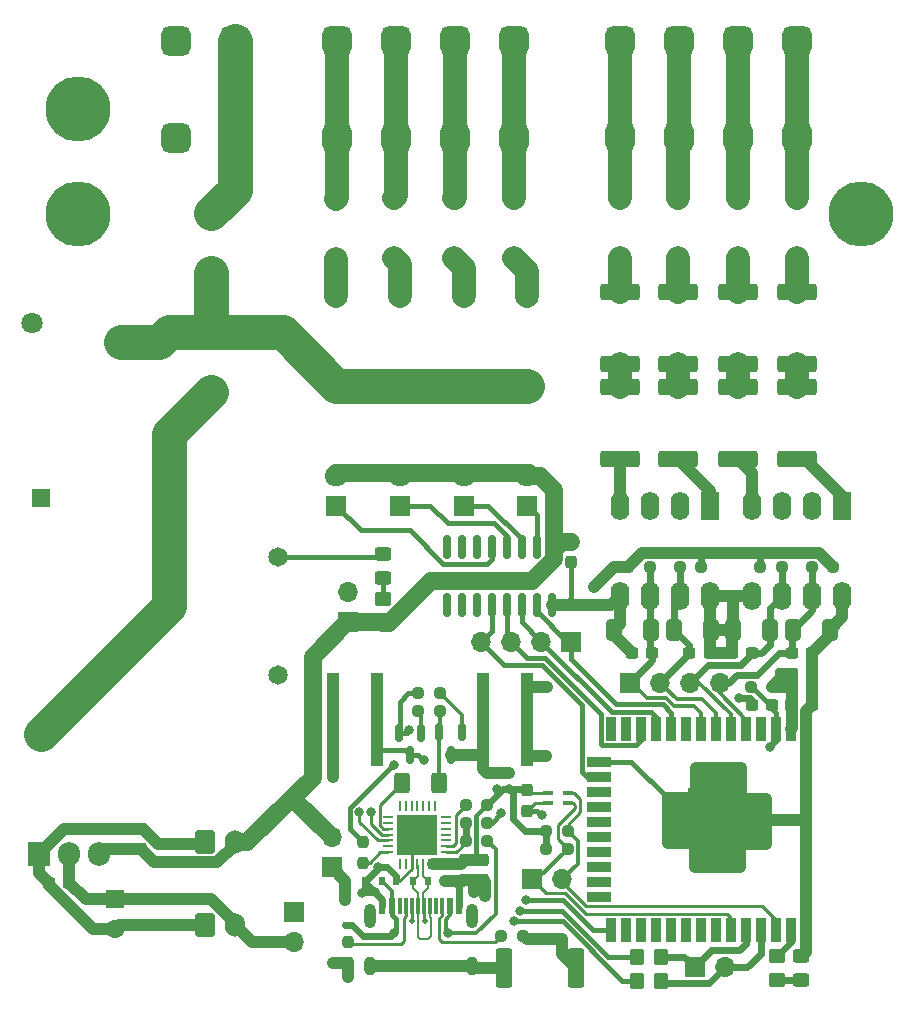
<source format=gtl>
G04 #@! TF.GenerationSoftware,KiCad,Pcbnew,(6.0.4)*
G04 #@! TF.CreationDate,2022-06-04T02:18:33+02:00*
G04 #@! TF.ProjectId,hamodule,68616d6f-6475-46c6-952e-6b696361645f,rev?*
G04 #@! TF.SameCoordinates,Original*
G04 #@! TF.FileFunction,Copper,L1,Top*
G04 #@! TF.FilePolarity,Positive*
%FSLAX46Y46*%
G04 Gerber Fmt 4.6, Leading zero omitted, Abs format (unit mm)*
G04 Created by KiCad (PCBNEW (6.0.4)) date 2022-06-04 02:18:33*
%MOMM*%
%LPD*%
G01*
G04 APERTURE LIST*
G04 Aperture macros list*
%AMRoundRect*
0 Rectangle with rounded corners*
0 $1 Rounding radius*
0 $2 $3 $4 $5 $6 $7 $8 $9 X,Y pos of 4 corners*
0 Add a 4 corners polygon primitive as box body*
4,1,4,$2,$3,$4,$5,$6,$7,$8,$9,$2,$3,0*
0 Add four circle primitives for the rounded corners*
1,1,$1+$1,$2,$3*
1,1,$1+$1,$4,$5*
1,1,$1+$1,$6,$7*
1,1,$1+$1,$8,$9*
0 Add four rect primitives between the rounded corners*
20,1,$1+$1,$2,$3,$4,$5,0*
20,1,$1+$1,$4,$5,$6,$7,0*
20,1,$1+$1,$6,$7,$8,$9,0*
20,1,$1+$1,$8,$9,$2,$3,0*%
G04 Aperture macros list end*
G04 #@! TA.AperFunction,ComponentPad*
%ADD10C,1.800000*%
G04 #@! TD*
G04 #@! TA.AperFunction,ComponentPad*
%ADD11R,1.700000X1.700000*%
G04 #@! TD*
G04 #@! TA.AperFunction,ComponentPad*
%ADD12O,1.700000X1.700000*%
G04 #@! TD*
G04 #@! TA.AperFunction,SMDPad,CuDef*
%ADD13RoundRect,0.250000X-0.412500X-0.650000X0.412500X-0.650000X0.412500X0.650000X-0.412500X0.650000X0*%
G04 #@! TD*
G04 #@! TA.AperFunction,SMDPad,CuDef*
%ADD14RoundRect,0.249999X-1.425001X0.450001X-1.425001X-0.450001X1.425001X-0.450001X1.425001X0.450001X0*%
G04 #@! TD*
G04 #@! TA.AperFunction,SMDPad,CuDef*
%ADD15RoundRect,0.250000X-0.450000X0.325000X-0.450000X-0.325000X0.450000X-0.325000X0.450000X0.325000X0*%
G04 #@! TD*
G04 #@! TA.AperFunction,SMDPad,CuDef*
%ADD16RoundRect,0.250000X-0.450000X0.350000X-0.450000X-0.350000X0.450000X-0.350000X0.450000X0.350000X0*%
G04 #@! TD*
G04 #@! TA.AperFunction,ComponentPad*
%ADD17RoundRect,0.250000X-0.600000X-0.750000X0.600000X-0.750000X0.600000X0.750000X-0.600000X0.750000X0*%
G04 #@! TD*
G04 #@! TA.AperFunction,ComponentPad*
%ADD18O,1.700000X2.000000*%
G04 #@! TD*
G04 #@! TA.AperFunction,SMDPad,CuDef*
%ADD19RoundRect,0.237500X0.300000X0.237500X-0.300000X0.237500X-0.300000X-0.237500X0.300000X-0.237500X0*%
G04 #@! TD*
G04 #@! TA.AperFunction,SMDPad,CuDef*
%ADD20RoundRect,0.237500X0.237500X-0.300000X0.237500X0.300000X-0.237500X0.300000X-0.237500X-0.300000X0*%
G04 #@! TD*
G04 #@! TA.AperFunction,SMDPad,CuDef*
%ADD21RoundRect,0.237500X-0.237500X0.300000X-0.237500X-0.300000X0.237500X-0.300000X0.237500X0.300000X0*%
G04 #@! TD*
G04 #@! TA.AperFunction,ComponentPad*
%ADD22R,1.650000X1.650000*%
G04 #@! TD*
G04 #@! TA.AperFunction,ComponentPad*
%ADD23C,1.650000*%
G04 #@! TD*
G04 #@! TA.AperFunction,ComponentPad*
%ADD24R,1.905000X2.000000*%
G04 #@! TD*
G04 #@! TA.AperFunction,ComponentPad*
%ADD25O,1.905000X2.000000*%
G04 #@! TD*
G04 #@! TA.AperFunction,ComponentPad*
%ADD26C,2.000000*%
G04 #@! TD*
G04 #@! TA.AperFunction,ComponentPad*
%ADD27O,1.950000X1.700000*%
G04 #@! TD*
G04 #@! TA.AperFunction,ComponentPad*
%ADD28RoundRect,0.625000X0.625000X0.625000X-0.625000X0.625000X-0.625000X-0.625000X0.625000X-0.625000X0*%
G04 #@! TD*
G04 #@! TA.AperFunction,ComponentPad*
%ADD29C,5.500000*%
G04 #@! TD*
G04 #@! TA.AperFunction,SMDPad,CuDef*
%ADD30RoundRect,0.150000X0.150000X-0.825000X0.150000X0.825000X-0.150000X0.825000X-0.150000X-0.825000X0*%
G04 #@! TD*
G04 #@! TA.AperFunction,SMDPad,CuDef*
%ADD31RoundRect,0.237500X-0.300000X-0.237500X0.300000X-0.237500X0.300000X0.237500X-0.300000X0.237500X0*%
G04 #@! TD*
G04 #@! TA.AperFunction,SMDPad,CuDef*
%ADD32RoundRect,0.250000X0.412500X0.650000X-0.412500X0.650000X-0.412500X-0.650000X0.412500X-0.650000X0*%
G04 #@! TD*
G04 #@! TA.AperFunction,ComponentPad*
%ADD33R,1.600000X2.400000*%
G04 #@! TD*
G04 #@! TA.AperFunction,ComponentPad*
%ADD34O,1.600000X2.400000*%
G04 #@! TD*
G04 #@! TA.AperFunction,SMDPad,CuDef*
%ADD35RoundRect,0.237500X-0.250000X-0.237500X0.250000X-0.237500X0.250000X0.237500X-0.250000X0.237500X0*%
G04 #@! TD*
G04 #@! TA.AperFunction,SMDPad,CuDef*
%ADD36RoundRect,0.150000X-0.150000X0.587500X-0.150000X-0.587500X0.150000X-0.587500X0.150000X0.587500X0*%
G04 #@! TD*
G04 #@! TA.AperFunction,SMDPad,CuDef*
%ADD37RoundRect,0.237500X0.250000X0.237500X-0.250000X0.237500X-0.250000X-0.237500X0.250000X-0.237500X0*%
G04 #@! TD*
G04 #@! TA.AperFunction,SMDPad,CuDef*
%ADD38R,0.600000X0.700000*%
G04 #@! TD*
G04 #@! TA.AperFunction,SMDPad,CuDef*
%ADD39R,1.100000X1.800000*%
G04 #@! TD*
G04 #@! TA.AperFunction,SMDPad,CuDef*
%ADD40RoundRect,0.237500X-0.237500X0.250000X-0.237500X-0.250000X0.237500X-0.250000X0.237500X0.250000X0*%
G04 #@! TD*
G04 #@! TA.AperFunction,SMDPad,CuDef*
%ADD41R,0.450000X0.600000*%
G04 #@! TD*
G04 #@! TA.AperFunction,SMDPad,CuDef*
%ADD42R,0.900000X2.000000*%
G04 #@! TD*
G04 #@! TA.AperFunction,SMDPad,CuDef*
%ADD43R,2.000000X0.900000*%
G04 #@! TD*
G04 #@! TA.AperFunction,SMDPad,CuDef*
%ADD44R,5.000000X5.000000*%
G04 #@! TD*
G04 #@! TA.AperFunction,SMDPad,CuDef*
%ADD45RoundRect,0.250000X0.400000X0.625000X-0.400000X0.625000X-0.400000X-0.625000X0.400000X-0.625000X0*%
G04 #@! TD*
G04 #@! TA.AperFunction,SMDPad,CuDef*
%ADD46RoundRect,0.250000X0.350000X0.450000X-0.350000X0.450000X-0.350000X-0.450000X0.350000X-0.450000X0*%
G04 #@! TD*
G04 #@! TA.AperFunction,SMDPad,CuDef*
%ADD47RoundRect,0.062500X0.062500X-0.337500X0.062500X0.337500X-0.062500X0.337500X-0.062500X-0.337500X0*%
G04 #@! TD*
G04 #@! TA.AperFunction,SMDPad,CuDef*
%ADD48RoundRect,0.062500X0.337500X-0.062500X0.337500X0.062500X-0.337500X0.062500X-0.337500X-0.062500X0*%
G04 #@! TD*
G04 #@! TA.AperFunction,SMDPad,CuDef*
%ADD49R,3.350000X3.350000*%
G04 #@! TD*
G04 #@! TA.AperFunction,SMDPad,CuDef*
%ADD50R,0.600000X1.450000*%
G04 #@! TD*
G04 #@! TA.AperFunction,SMDPad,CuDef*
%ADD51R,0.300000X1.450000*%
G04 #@! TD*
G04 #@! TA.AperFunction,ComponentPad*
%ADD52O,1.000000X2.100000*%
G04 #@! TD*
G04 #@! TA.AperFunction,ComponentPad*
%ADD53O,1.000000X1.600000*%
G04 #@! TD*
G04 #@! TA.AperFunction,SMDPad,CuDef*
%ADD54RoundRect,0.249999X-0.450001X-1.425001X0.450001X-1.425001X0.450001X1.425001X-0.450001X1.425001X0*%
G04 #@! TD*
G04 #@! TA.AperFunction,SMDPad,CuDef*
%ADD55R,0.820000X0.304800*%
G04 #@! TD*
G04 #@! TA.AperFunction,SMDPad,CuDef*
%ADD56R,0.820000X0.308800*%
G04 #@! TD*
G04 #@! TA.AperFunction,ComponentPad*
%ADD57R,1.600000X1.600000*%
G04 #@! TD*
G04 #@! TA.AperFunction,ComponentPad*
%ADD58C,1.600000*%
G04 #@! TD*
G04 #@! TA.AperFunction,SMDPad,CuDef*
%ADD59RoundRect,0.250000X0.450000X-0.350000X0.450000X0.350000X-0.450000X0.350000X-0.450000X-0.350000X0*%
G04 #@! TD*
G04 #@! TA.AperFunction,ViaPad*
%ADD60C,0.800000*%
G04 #@! TD*
G04 #@! TA.AperFunction,ViaPad*
%ADD61C,0.500000*%
G04 #@! TD*
G04 #@! TA.AperFunction,Conductor*
%ADD62C,2.000000*%
G04 #@! TD*
G04 #@! TA.AperFunction,Conductor*
%ADD63C,3.000000*%
G04 #@! TD*
G04 #@! TA.AperFunction,Conductor*
%ADD64C,1.500000*%
G04 #@! TD*
G04 #@! TA.AperFunction,Conductor*
%ADD65C,1.000000*%
G04 #@! TD*
G04 #@! TA.AperFunction,Conductor*
%ADD66C,0.250000*%
G04 #@! TD*
G04 #@! TA.AperFunction,Conductor*
%ADD67C,0.600000*%
G04 #@! TD*
G04 #@! TA.AperFunction,Conductor*
%ADD68C,0.350000*%
G04 #@! TD*
G04 #@! TA.AperFunction,Conductor*
%ADD69C,0.400000*%
G04 #@! TD*
G04 #@! TA.AperFunction,Conductor*
%ADD70C,0.200000*%
G04 #@! TD*
G04 APERTURE END LIST*
D10*
X183070500Y-89090500D03*
X183070500Y-84010500D03*
X193128900Y-89090500D03*
X193128900Y-84010500D03*
X154100000Y-89180000D03*
X154100000Y-84100000D03*
X188099700Y-89090500D03*
X188099700Y-84010500D03*
X164100000Y-89140000D03*
X164100000Y-84060000D03*
X178092100Y-89090500D03*
X178092100Y-84010500D03*
X169200000Y-89140000D03*
X169200000Y-84060000D03*
X159000000Y-89140000D03*
X159000000Y-84060000D03*
D11*
X150558500Y-144538700D03*
D12*
X150558500Y-147078700D03*
D13*
X182677074Y-120583120D03*
X185802074Y-120583120D03*
D14*
X178117500Y-91986100D03*
X178117500Y-98086100D03*
X183070500Y-91986100D03*
X183070500Y-98086100D03*
D10*
X128386500Y-94623500D03*
X135886500Y-96256830D03*
D14*
X183070500Y-100037900D03*
X183070500Y-106137900D03*
X178117500Y-100037900D03*
X178117500Y-106137900D03*
D15*
X158100000Y-114150000D03*
X158100000Y-116200000D03*
D16*
X158100000Y-118000000D03*
X158100000Y-120000000D03*
D17*
X143009300Y-138603500D03*
D18*
X145509300Y-138603500D03*
D11*
X155080500Y-119965500D03*
D12*
X155080500Y-117425500D03*
D19*
X131500000Y-142000000D03*
X129775000Y-142000000D03*
D20*
X137600000Y-139200000D03*
X137600000Y-137475000D03*
D21*
X174000000Y-113175000D03*
X174000000Y-114900000D03*
D22*
X129136100Y-109443500D03*
D23*
X129136100Y-129443500D03*
X149136100Y-124443500D03*
X149136100Y-114443500D03*
D24*
X128960000Y-139600000D03*
D25*
X131500000Y-139600000D03*
X134040000Y-139600000D03*
D26*
X154100000Y-92300000D03*
X154100000Y-99920000D03*
D11*
X154100000Y-110080000D03*
D27*
X154100000Y-107540000D03*
D26*
X159500000Y-92300000D03*
X159500000Y-99920000D03*
D11*
X159500000Y-110080000D03*
D27*
X159500000Y-107540000D03*
D26*
X170300000Y-92300000D03*
X170300000Y-99920000D03*
D11*
X170300000Y-110080000D03*
D27*
X170300000Y-107540000D03*
D28*
X169146500Y-78953500D03*
X169146500Y-70753501D03*
X164146500Y-78953500D03*
X164146500Y-70753501D03*
X159146500Y-78953500D03*
X159146500Y-70753501D03*
X154146500Y-78953500D03*
X154146500Y-70753501D03*
X145500100Y-78977099D03*
X145500100Y-70777100D03*
X140500100Y-78977099D03*
X140500100Y-70777100D03*
X193106500Y-78913499D03*
X193106500Y-70713500D03*
X188106500Y-78913499D03*
X188106500Y-70713500D03*
X183106500Y-78913499D03*
X183106500Y-70713500D03*
X178106500Y-78913499D03*
X178106500Y-70713500D03*
D26*
X143546500Y-85283500D03*
X143536500Y-90363500D03*
D29*
X198564500Y-85407500D03*
X132270500Y-85407500D03*
D26*
X164900000Y-92300000D03*
X164900000Y-99920000D03*
D11*
X164900000Y-110080000D03*
D27*
X164900000Y-107540000D03*
D29*
X132256500Y-76503500D03*
D30*
X163455000Y-118512500D03*
X164725000Y-118512500D03*
X165995000Y-118512500D03*
X167265000Y-118512500D03*
X168535000Y-118512500D03*
X169805000Y-118512500D03*
X171075000Y-118512500D03*
X172345000Y-118512500D03*
X172345000Y-113562500D03*
X171075000Y-113562500D03*
X169805000Y-113562500D03*
X168535000Y-113562500D03*
X167265000Y-113562500D03*
X165995000Y-113562500D03*
X164725000Y-113562500D03*
X163455000Y-113562500D03*
D31*
X183998674Y-122564320D03*
X185723674Y-122564320D03*
D19*
X189305074Y-122564320D03*
X187580074Y-122564320D03*
D32*
X190818974Y-120583120D03*
X187693974Y-120583120D03*
D13*
X192761674Y-120583120D03*
X195886674Y-120583120D03*
D14*
X193128900Y-100037900D03*
X193128900Y-106137900D03*
X188099700Y-91986100D03*
X188099700Y-98086100D03*
X193128900Y-91986100D03*
X193128900Y-98086100D03*
D33*
X185751274Y-110118320D03*
D34*
X183211274Y-110118320D03*
X180671274Y-110118320D03*
X178131274Y-110118320D03*
X178131274Y-117738320D03*
X180671274Y-117738320D03*
X183211274Y-117738320D03*
X185751274Y-117738320D03*
D33*
X196927274Y-110118320D03*
D34*
X194387274Y-110118320D03*
X191847274Y-110118320D03*
X189307274Y-110118320D03*
X189307274Y-117738320D03*
X191847274Y-117738320D03*
X194387274Y-117738320D03*
X196927274Y-117738320D03*
D14*
X188099700Y-100037900D03*
X188099700Y-106137900D03*
D19*
X180874474Y-122564320D03*
X179149474Y-122564320D03*
D31*
X192660074Y-122564320D03*
X194385074Y-122564320D03*
D35*
X189256000Y-125412500D03*
X191081000Y-125412500D03*
D31*
X192659000Y-125412500D03*
X194384000Y-125412500D03*
D19*
X191018500Y-126936500D03*
X189293500Y-126936500D03*
D36*
X164746500Y-129298500D03*
X162846500Y-129298500D03*
X163796500Y-131173500D03*
D35*
X161071500Y-127513500D03*
X162896500Y-127513500D03*
D37*
X162896500Y-125983500D03*
X161071500Y-125983500D03*
D38*
X157983000Y-141900900D03*
X156583000Y-141900900D03*
D17*
X143009300Y-145580100D03*
D18*
X145509300Y-145580100D03*
D39*
X166566500Y-131300000D03*
X166566500Y-125100000D03*
X170266500Y-125100000D03*
X170266500Y-131300000D03*
X157550000Y-131300000D03*
X157550000Y-125100000D03*
X153850000Y-125100000D03*
X153850000Y-131300000D03*
D21*
X164974900Y-140078300D03*
X164974900Y-141803300D03*
D35*
X165065500Y-135410900D03*
X166890500Y-135410900D03*
D37*
X166890500Y-138458900D03*
X165065500Y-138458900D03*
D35*
X165065500Y-136934900D03*
X166890500Y-136934900D03*
D21*
X166574900Y-140084800D03*
X166574900Y-141809800D03*
D40*
X156406500Y-138553000D03*
X156406500Y-140378000D03*
D41*
X154876500Y-143514100D03*
X154876500Y-145614100D03*
D38*
X160583000Y-141900900D03*
X159183000Y-141900900D03*
X161893000Y-141900900D03*
X163293000Y-141900900D03*
D42*
X193865500Y-128986500D03*
X192595500Y-128986500D03*
X191325500Y-128986500D03*
X190055500Y-128986500D03*
X188785500Y-128986500D03*
X187515500Y-128986500D03*
X186245500Y-128986500D03*
X184975500Y-128986500D03*
X183705500Y-128986500D03*
X182435500Y-128986500D03*
X181165500Y-128986500D03*
X179895500Y-128986500D03*
X178625500Y-128986500D03*
X177355500Y-128986500D03*
D43*
X176355500Y-131771500D03*
X176355500Y-133041500D03*
X176355500Y-134311500D03*
X176355500Y-135581500D03*
X176355500Y-136851500D03*
X176355500Y-138121500D03*
X176355500Y-139391500D03*
X176355500Y-140661500D03*
X176355500Y-141931500D03*
X176355500Y-143201500D03*
D42*
X177355500Y-145986500D03*
X178625500Y-145986500D03*
X179895500Y-145986500D03*
X181165500Y-145986500D03*
X182435500Y-145986500D03*
X183705500Y-145986500D03*
X184975500Y-145986500D03*
X186245500Y-145986500D03*
X187515500Y-145986500D03*
X188785500Y-145986500D03*
X190055500Y-145986500D03*
X191325500Y-145986500D03*
X192595500Y-145986500D03*
X193865500Y-145986500D03*
D44*
X186365500Y-136486500D03*
D36*
X161286500Y-129308500D03*
X159386500Y-129308500D03*
X160336500Y-131183500D03*
D11*
X178955700Y-125082300D03*
D12*
X181495700Y-125082300D03*
X184035700Y-125082300D03*
X186575700Y-125082300D03*
D11*
X184442100Y-149161500D03*
D12*
X186982100Y-149161500D03*
D45*
X162779000Y-133575500D03*
X159679000Y-133575500D03*
D46*
X181578000Y-150304500D03*
X179578000Y-150304500D03*
X181578000Y-148272500D03*
X179578000Y-148272500D03*
D47*
X159483000Y-140390900D03*
X159983000Y-140390900D03*
X160483000Y-140390900D03*
X160983000Y-140390900D03*
X161483000Y-140390900D03*
X161983000Y-140390900D03*
X162483000Y-140390900D03*
D48*
X163433000Y-139440900D03*
X163433000Y-138940900D03*
X163433000Y-138440900D03*
X163433000Y-137940900D03*
X163433000Y-137440900D03*
X163433000Y-136940900D03*
X163433000Y-136440900D03*
D47*
X162483000Y-135490900D03*
X161983000Y-135490900D03*
X161483000Y-135490900D03*
X160983000Y-135490900D03*
X160483000Y-135490900D03*
X159983000Y-135490900D03*
X159483000Y-135490900D03*
D48*
X158533000Y-136440900D03*
X158533000Y-136940900D03*
X158533000Y-137440900D03*
X158533000Y-137940900D03*
X158533000Y-138440900D03*
X158533000Y-138940900D03*
X158533000Y-139440900D03*
D49*
X160983000Y-137940900D03*
D31*
X192648500Y-126936500D03*
X194373500Y-126936500D03*
D32*
X180747474Y-120583120D03*
X177622474Y-120583120D03*
D11*
X153733500Y-140708300D03*
D12*
X153733500Y-138168300D03*
D21*
X170296500Y-134186100D03*
X170296500Y-135911100D03*
D35*
X168096500Y-146513500D03*
X169921500Y-146513500D03*
X189993074Y-115274520D03*
X191818074Y-115274520D03*
X178820874Y-115274520D03*
X180645874Y-115274520D03*
D11*
X170700700Y-141719300D03*
D12*
X173240700Y-141719300D03*
D15*
X193484500Y-148217500D03*
X193484500Y-150267500D03*
D50*
X158023000Y-143955900D03*
X158823000Y-143955900D03*
D51*
X160023000Y-143955900D03*
X161023000Y-143955900D03*
X161523000Y-143955900D03*
X162523000Y-143955900D03*
D50*
X163723000Y-143955900D03*
X164523000Y-143955900D03*
X164523000Y-143955900D03*
X163723000Y-143955900D03*
D51*
X163023000Y-143955900D03*
X162023000Y-143955900D03*
X160523000Y-143955900D03*
X159523000Y-143955900D03*
D50*
X158823000Y-143955900D03*
X158023000Y-143955900D03*
D52*
X165593000Y-144870900D03*
D53*
X156953000Y-149050900D03*
D52*
X156953000Y-144870900D03*
D53*
X165593000Y-149050900D03*
D37*
X196186874Y-115274520D03*
X194361874Y-115274520D03*
D26*
X143546500Y-95413500D03*
X143536500Y-100493500D03*
D54*
X168326500Y-149243500D03*
X174426500Y-149243500D03*
D55*
X173760000Y-135261900D03*
D56*
X173760000Y-134451100D03*
X172040000Y-134451100D03*
D55*
X172040000Y-135261900D03*
D35*
X171869100Y-137604500D03*
X173694100Y-137604500D03*
D57*
X135400000Y-143400000D03*
D58*
X135400000Y-145900000D03*
D37*
X185014674Y-115274520D03*
X183189674Y-115274520D03*
D35*
X171869100Y-139128500D03*
X173694100Y-139128500D03*
D59*
X191407500Y-150242500D03*
X191407500Y-148242500D03*
D40*
X155086500Y-147013500D03*
X155086500Y-148838500D03*
D11*
X174000000Y-121600000D03*
D12*
X171460000Y-121600000D03*
X168920000Y-121600000D03*
X166380000Y-121600000D03*
D60*
X175900000Y-117000000D03*
X168719500Y-134048500D03*
X167703500Y-134048500D03*
X191731900Y-124421900D03*
X192671700Y-124432420D03*
X190836500Y-130523500D03*
X168700000Y-132700000D03*
D61*
X160503000Y-145224500D03*
X161607500Y-145224500D03*
D60*
X170192700Y-143497300D03*
X161536500Y-131663500D03*
X160296500Y-129123000D03*
X158966500Y-132033500D03*
X158983000Y-146300784D03*
X163600000Y-146300000D03*
X183172100Y-135851900D03*
X185407300Y-139712700D03*
X187337700Y-139712700D03*
X185559700Y-133311900D03*
X190500000Y-136766300D03*
X162116300Y-136856500D03*
X160926500Y-139103900D03*
X188400000Y-132270500D03*
X157356500Y-142843500D03*
X186500000Y-132270500D03*
X153800000Y-133100000D03*
X182181500Y-136740900D03*
X159786500Y-139103900D03*
X188201300Y-126403100D03*
X155106500Y-150003500D03*
X162106500Y-139173900D03*
X193856500Y-144343500D03*
X171912632Y-125487368D03*
X184518300Y-140652500D03*
X171500000Y-136300000D03*
X172212000Y-146812000D03*
X193865500Y-130644900D03*
X166738300Y-143116300D03*
X171900000Y-131300000D03*
X159796500Y-137999500D03*
X160922500Y-137974100D03*
X160922500Y-136856500D03*
X173228000Y-146812000D03*
X189600000Y-135826500D03*
X189600000Y-137700000D03*
X187490100Y-133311900D03*
X188277500Y-140652500D03*
X157612099Y-140708899D03*
X171196000Y-146812000D03*
X184600000Y-132270500D03*
X168100000Y-136100000D03*
X156324300Y-142862300D03*
X182181500Y-138620500D03*
X153826500Y-148833500D03*
X159804900Y-136881900D03*
X182181500Y-134861300D03*
X165773100Y-142811500D03*
X164021100Y-141900900D03*
X183172100Y-137731500D03*
X190500000Y-134900000D03*
X190500000Y-138700000D03*
X186397900Y-140652500D03*
X162090900Y-137948700D03*
X157083980Y-136013900D03*
X169176700Y-145300700D03*
X169659300Y-144411700D03*
X156066500Y-136005500D03*
D62*
X154100000Y-92300000D02*
X154100000Y-89180000D01*
X159500000Y-89640000D02*
X159000000Y-89140000D01*
X159500000Y-92300000D02*
X159500000Y-89640000D01*
X164900000Y-89940000D02*
X164100000Y-89140000D01*
X164900000Y-92300000D02*
X164900000Y-89940000D01*
X170300000Y-90240000D02*
X169200000Y-89140000D01*
X170300000Y-92300000D02*
X170300000Y-90240000D01*
X169146500Y-78953500D02*
X169146500Y-84006500D01*
X169146500Y-84006500D02*
X169200000Y-84060000D01*
X164146500Y-84013500D02*
X164100000Y-84060000D01*
X164146500Y-78953500D02*
X164146500Y-84013500D01*
X159146500Y-83913500D02*
X159000000Y-84060000D01*
X159146500Y-78953500D02*
X159146500Y-83913500D01*
X154146500Y-84053500D02*
X154100000Y-84100000D01*
X154146500Y-78953500D02*
X154146500Y-84053500D01*
D63*
X143536500Y-90363500D02*
X143536500Y-95403500D01*
X135886500Y-96256830D02*
X139070170Y-96256830D01*
X143546500Y-95413500D02*
X139913500Y-95413500D01*
X154100000Y-99920000D02*
X170300000Y-99920000D01*
X139070170Y-96256830D02*
X139913500Y-95413500D01*
X143536500Y-95403500D02*
X143546500Y-95413500D01*
X143546500Y-95413500D02*
X149593500Y-95413500D01*
X149593500Y-95413500D02*
X154100000Y-99920000D01*
D64*
X172575480Y-114624520D02*
X172575480Y-108756458D01*
X155034500Y-119965500D02*
X152100000Y-122900000D01*
X158100000Y-120000000D02*
X158596377Y-120000000D01*
X146562300Y-138603500D02*
X145509300Y-138603500D01*
D65*
X145509300Y-138796324D02*
X145509300Y-138603500D01*
D64*
X150332900Y-134832900D02*
X150398100Y-134832900D01*
D65*
X144002604Y-140303020D02*
X145509300Y-138796324D01*
D64*
X171359022Y-107540000D02*
X170300000Y-107540000D01*
X173225000Y-113175000D02*
X174000000Y-113175000D01*
X172575480Y-114624520D02*
X172575480Y-113824520D01*
X172575480Y-113824520D02*
X173225000Y-113175000D01*
X152100000Y-133131000D02*
X150398100Y-134832900D01*
D65*
X137600000Y-139200000D02*
X134440000Y-139200000D01*
D64*
X150332900Y-134832900D02*
X146562300Y-138603500D01*
D65*
X137600000Y-139200000D02*
X138703020Y-140303020D01*
D64*
X154107300Y-107359500D02*
X170430501Y-107359500D01*
X150398100Y-134832900D02*
X153733500Y-138168300D01*
X172575480Y-108756458D02*
X171359022Y-107540000D01*
X170430501Y-107359500D02*
X170450000Y-107340001D01*
D65*
X134440000Y-139200000D02*
X134040000Y-139600000D01*
D64*
X170703623Y-116496377D02*
X172575480Y-114624520D01*
X152100000Y-122900000D02*
X152100000Y-133131000D01*
X155080500Y-119965500D02*
X155034500Y-119965500D01*
X162100000Y-116496377D02*
X158630877Y-119965500D01*
X158596377Y-120000000D02*
X162100000Y-116496377D01*
X162100000Y-116496377D02*
X170703623Y-116496377D01*
D65*
X138703020Y-140303020D02*
X144002604Y-140303020D01*
D64*
X158630877Y-119965500D02*
X155080500Y-119965500D01*
D66*
X166574900Y-140084800D02*
X166003480Y-139513380D01*
D67*
X169100000Y-134429000D02*
X168719500Y-134048500D01*
X185014674Y-115274520D02*
X185014674Y-114178280D01*
X169100000Y-136600000D02*
X169100000Y-134429000D01*
D65*
X179995394Y-114100000D02*
X178820874Y-115274520D01*
X196186874Y-115274520D02*
X196174520Y-115274520D01*
X192659000Y-125412500D02*
X192659000Y-128923000D01*
D67*
X170104500Y-137604500D02*
X169100000Y-136600000D01*
D66*
X170561500Y-134451100D02*
X170296500Y-134186100D01*
D68*
X165927520Y-136336380D02*
X166853000Y-135410900D01*
D65*
X185092954Y-114100000D02*
X179995394Y-114100000D01*
D66*
X166003480Y-136260420D02*
X166853000Y-135410900D01*
X166003480Y-139513380D02*
X166003480Y-136260420D01*
D67*
X189993074Y-114160120D02*
X189932954Y-114100000D01*
D65*
X191731900Y-124724100D02*
X191043500Y-125412500D01*
D68*
X165747200Y-140084800D02*
X165927520Y-139904480D01*
D66*
X171836500Y-134451100D02*
X170561500Y-134451100D01*
D65*
X178820874Y-115274520D02*
X177625480Y-115274520D01*
X196174520Y-115274520D02*
X195000000Y-114100000D01*
X192659000Y-125412500D02*
X192659000Y-124445120D01*
X164662300Y-140390900D02*
X162307520Y-140390900D01*
D67*
X185014674Y-114178280D02*
X185092954Y-114100000D01*
X171869100Y-137604500D02*
X170104500Y-137604500D01*
D65*
X189932954Y-114100000D02*
X185092954Y-114100000D01*
D67*
X168252900Y-134048500D02*
X167703500Y-134597900D01*
X167703500Y-134597900D02*
X166890500Y-135410900D01*
D65*
X166574900Y-140084800D02*
X165747200Y-140084800D01*
X192659000Y-128923000D02*
X192595500Y-128986500D01*
D68*
X165927520Y-139904480D02*
X165927520Y-136336380D01*
D67*
X168719500Y-134048500D02*
X168252900Y-134048500D01*
D65*
X191731900Y-124421900D02*
X191731900Y-124724100D01*
X177625480Y-115274520D02*
X175900000Y-117000000D01*
D67*
X189993074Y-115274520D02*
X189993074Y-114160120D01*
D65*
X165747200Y-140084800D02*
X164981400Y-140084800D01*
D67*
X167703500Y-134048500D02*
X167703500Y-134597900D01*
X170158900Y-134048500D02*
X170296500Y-134186100D01*
D65*
X192659000Y-124445120D02*
X192671700Y-124432420D01*
D67*
X171869100Y-137604500D02*
X171869100Y-139128500D01*
D65*
X195000000Y-114100000D02*
X189932954Y-114100000D01*
X164974900Y-140078300D02*
X164662300Y-140390900D01*
X164981400Y-140084800D02*
X164974900Y-140078300D01*
D67*
X168719500Y-134048500D02*
X170158900Y-134048500D01*
D65*
X191043500Y-125412500D02*
X192659000Y-125412500D01*
D62*
X193106500Y-78913499D02*
X193106500Y-83988100D01*
X193106500Y-83988100D02*
X193128900Y-84010500D01*
X193106500Y-78913499D02*
X193106500Y-70713500D01*
X188106500Y-84003700D02*
X188099700Y-84010500D01*
X188106500Y-70713500D02*
X188106500Y-78913499D01*
X188106500Y-78913499D02*
X188106500Y-84003700D01*
X183106500Y-78913499D02*
X183106500Y-70713500D01*
X183070500Y-78949499D02*
X183106500Y-78913499D01*
X183070500Y-84010500D02*
X183070500Y-78949499D01*
X178106500Y-70713500D02*
X178106500Y-78913499D01*
X178106500Y-83996100D02*
X178092100Y-84010500D01*
X178106500Y-78913499D02*
X178106500Y-83996100D01*
D69*
X163140362Y-115000000D02*
X166900000Y-115000000D01*
X167265000Y-114635000D02*
X167265000Y-113562500D01*
X156207980Y-112187980D02*
X160328342Y-112187980D01*
X154100000Y-110080000D02*
X156207980Y-112187980D01*
X160328342Y-112187980D02*
X163140362Y-115000000D01*
X166900000Y-115000000D02*
X167265000Y-114635000D01*
X163600000Y-111600000D02*
X167500000Y-111600000D01*
X168535000Y-112635000D02*
X168535000Y-113562500D01*
X162080000Y-110080000D02*
X163600000Y-111600000D01*
X159500000Y-110080000D02*
X162080000Y-110080000D01*
X167500000Y-111600000D02*
X168535000Y-112635000D01*
X166927850Y-110080000D02*
X169805000Y-112957150D01*
X164900000Y-110080000D02*
X166927850Y-110080000D01*
X169805000Y-112957150D02*
X169805000Y-113562500D01*
X170300000Y-110080000D02*
X171075000Y-110855000D01*
X171075000Y-110855000D02*
X171075000Y-113562500D01*
D67*
X180645874Y-115274520D02*
X180645874Y-117712920D01*
X180671274Y-117738320D02*
X180671274Y-122361120D01*
D68*
X184975500Y-127636500D02*
X184393220Y-127054220D01*
X181988562Y-126352300D02*
X180378100Y-126352300D01*
X184975500Y-128986500D02*
X184975500Y-127636500D01*
D67*
X180671274Y-122361120D02*
X180874474Y-122564320D01*
D68*
X184393220Y-127054220D02*
X182690481Y-127054219D01*
X179108100Y-125082300D02*
X178955700Y-125082300D01*
D67*
X180874474Y-122564320D02*
X180874474Y-123163526D01*
X180645874Y-117712920D02*
X180671274Y-117738320D01*
D68*
X182690481Y-127054219D02*
X181988562Y-126352300D01*
D67*
X180874474Y-123163526D02*
X178955700Y-125082300D01*
D68*
X180378100Y-126352300D02*
X179108100Y-125082300D01*
X182918100Y-126504700D02*
X185113700Y-126504700D01*
X186245500Y-127636500D02*
X186245500Y-128986500D01*
X181495700Y-125082300D02*
X182918100Y-126504700D01*
D67*
X182677074Y-118272520D02*
X183211274Y-117738320D01*
X183189674Y-115274520D02*
X183189674Y-117716720D01*
X183998674Y-122579326D02*
X181495700Y-125082300D01*
D68*
X185113700Y-126504700D02*
X186245500Y-127636500D01*
D67*
X183189674Y-117716720D02*
X183211274Y-117738320D01*
X183998674Y-122564320D02*
X183998674Y-122579326D01*
X183998674Y-121904720D02*
X182677074Y-120583120D01*
X183998674Y-122564320D02*
X183998674Y-121904720D01*
X182677074Y-120583120D02*
X182677074Y-118272520D01*
D68*
X187515500Y-127749300D02*
X187510979Y-127749300D01*
D67*
X191818074Y-117709120D02*
X191847274Y-117738320D01*
X189305074Y-122564320D02*
X189305074Y-122594926D01*
X190818974Y-120583120D02*
X190818974Y-121852328D01*
X190818974Y-121852328D02*
X190106982Y-122564320D01*
X190106982Y-122564320D02*
X189305074Y-122564320D01*
X189305074Y-122594926D02*
X188336161Y-123563839D01*
X188336161Y-123563839D02*
X185554161Y-123563839D01*
X190818974Y-118766620D02*
X191847274Y-117738320D01*
D68*
X187515500Y-128986500D02*
X187515500Y-127749300D01*
X187510979Y-127749300D02*
X184843979Y-125082300D01*
D67*
X190818974Y-120583120D02*
X190818974Y-118766620D01*
X191818074Y-115274520D02*
X191818074Y-117709120D01*
D68*
X184843979Y-125082300D02*
X184035700Y-125082300D01*
D67*
X185554161Y-123563839D02*
X184035700Y-125082300D01*
X189737980Y-124400000D02*
X188000000Y-124400000D01*
X194361874Y-115274520D02*
X194361874Y-117712920D01*
D68*
X186575700Y-125082300D02*
X186575700Y-125996700D01*
D67*
X192660074Y-122564320D02*
X192660074Y-120684720D01*
D68*
X186575700Y-125996700D02*
X188785500Y-128206500D01*
D67*
X187317700Y-125082300D02*
X186575700Y-125082300D01*
X188000000Y-124400000D02*
X187317700Y-125082300D01*
X194387274Y-118957520D02*
X192761674Y-120583120D01*
X194387274Y-117738320D02*
X194387274Y-118957520D01*
X192660074Y-120684720D02*
X192761674Y-120583120D01*
D68*
X188785500Y-128206500D02*
X188785500Y-128986500D01*
D67*
X191573660Y-122564320D02*
X189737980Y-124400000D01*
X192660074Y-122564320D02*
X191573660Y-122564320D01*
X194361874Y-117712920D02*
X194387274Y-117738320D01*
D69*
X171501181Y-123549031D02*
X168329031Y-123549031D01*
X168329031Y-123549031D02*
X166380000Y-121600000D01*
X175376478Y-133041500D02*
X174955989Y-132621011D01*
X167265000Y-120715000D02*
X166380000Y-121600000D01*
X176355500Y-133041500D02*
X175376478Y-133041500D01*
X174955989Y-132621011D02*
X174955989Y-127003839D01*
X167265000Y-118512500D02*
X167265000Y-120715000D01*
X174955989Y-127003839D02*
X171501181Y-123549031D01*
X176505989Y-130305989D02*
X176586500Y-130386500D01*
X168920000Y-121600000D02*
X170269511Y-122949511D01*
X168535000Y-118512500D02*
X168535000Y-121215000D01*
X179474522Y-130386500D02*
X179895500Y-129965522D01*
X171749511Y-122949511D02*
X176505989Y-127705989D01*
X170269511Y-122949511D02*
X171749511Y-122949511D01*
X176505989Y-127705989D02*
X176505989Y-130305989D01*
X176586500Y-130386500D02*
X179474522Y-130386500D01*
X179895500Y-129965522D02*
X179895500Y-128986500D01*
X168535000Y-121215000D02*
X168920000Y-121600000D01*
X177446989Y-127586989D02*
X171460000Y-121600000D01*
X181165500Y-128986500D02*
X181165500Y-128007478D01*
X181165500Y-128007478D02*
X180745011Y-127586989D01*
X180745011Y-127586989D02*
X177446989Y-127586989D01*
X169805000Y-119945000D02*
X171460000Y-121600000D01*
X169805000Y-118512500D02*
X169805000Y-119945000D01*
X171075000Y-118512500D02*
X171075000Y-118994638D01*
X171075000Y-118994638D02*
X173680362Y-121600000D01*
X177826820Y-126926820D02*
X174000000Y-123100000D01*
X181750588Y-126926820D02*
X177826820Y-126926820D01*
X174000000Y-123100000D02*
X174000000Y-121600000D01*
X182435500Y-127611732D02*
X181750588Y-126926820D01*
X182435500Y-128986500D02*
X182435500Y-127611732D01*
X173680362Y-121600000D02*
X174000000Y-121600000D01*
D63*
X145500100Y-83329900D02*
X143546500Y-85283500D01*
X145500100Y-78977099D02*
X145500100Y-83329900D01*
X145500100Y-70777100D02*
X145500100Y-78977099D01*
D69*
X191018500Y-127328000D02*
X191325500Y-127635000D01*
D67*
X191325500Y-128986500D02*
X191325500Y-129944500D01*
D65*
X166566500Y-125100000D02*
X166566500Y-131300000D01*
X168700000Y-132700000D02*
X166909364Y-132700000D01*
D69*
X190817500Y-126936500D02*
X189293500Y-125412500D01*
D65*
X163796500Y-131173500D02*
X166440000Y-131173500D01*
D69*
X191018500Y-126936500D02*
X191018500Y-127328000D01*
D65*
X166440000Y-131173500D02*
X166566500Y-131300000D01*
D69*
X191325500Y-127635000D02*
X191325500Y-128986500D01*
D67*
X191325500Y-129944500D02*
X190783989Y-130486011D01*
D65*
X166566500Y-132357136D02*
X166566500Y-131300000D01*
X166909364Y-132700000D02*
X166566500Y-132357136D01*
D70*
X160583000Y-141850900D02*
X161013000Y-141420900D01*
X162140900Y-144998800D02*
X162023000Y-144880900D01*
X161013000Y-141420900D02*
X161013000Y-140513392D01*
X162140900Y-146559100D02*
X162140900Y-144998800D01*
X160583000Y-141900900D02*
X160583000Y-142425901D01*
X161023000Y-143955900D02*
X161023000Y-146623000D01*
X161023000Y-146623000D02*
X161200000Y-146800000D01*
X161200000Y-146800000D02*
X161900000Y-146800000D01*
D66*
X161023000Y-143955900D02*
X161063000Y-143995900D01*
D70*
X161013000Y-142855901D02*
X161013000Y-144023500D01*
X162023000Y-144880900D02*
X162023000Y-143955900D01*
X161900000Y-146800000D02*
X162140900Y-146559100D01*
X160583000Y-141900900D02*
X160583000Y-141850900D01*
X160583000Y-142425901D02*
X161013000Y-142855901D01*
X161893000Y-141850900D02*
X161463000Y-141420900D01*
D66*
X161607500Y-145224500D02*
X161523000Y-145140000D01*
D70*
X161893000Y-141900900D02*
X161893000Y-141850900D01*
D66*
X160503000Y-145224500D02*
X160503000Y-143975900D01*
D70*
X161893000Y-142425901D02*
X161463000Y-142855901D01*
D66*
X161523000Y-145140000D02*
X161523000Y-143955900D01*
D70*
X161893000Y-141900900D02*
X161893000Y-142425901D01*
X161463000Y-142855901D02*
X161463000Y-144023500D01*
X161463000Y-141420900D02*
X161463000Y-140513392D01*
D66*
X160503000Y-143975900D02*
X160523000Y-143955900D01*
D68*
X162896500Y-129248500D02*
X162846500Y-129298500D01*
X162896500Y-127513500D02*
X162896500Y-129248500D01*
X162846500Y-133508000D02*
X162779000Y-133575500D01*
X162846500Y-129298500D02*
X162846500Y-133508000D01*
D69*
X161536500Y-131663500D02*
X161056500Y-131183500D01*
X159953000Y-130800000D02*
X160336500Y-131183500D01*
X161056500Y-131183500D02*
X160336500Y-131183500D01*
D65*
X157556500Y-124833500D02*
X157556500Y-131033500D01*
D69*
X158000000Y-130800000D02*
X159953000Y-130800000D01*
X170243500Y-143471900D02*
X173336398Y-143471900D01*
X175850998Y-145986500D02*
X177355500Y-145986500D01*
X173336398Y-143471900D02*
X175850998Y-145986500D01*
X157500000Y-131300000D02*
X158000000Y-130800000D01*
X159466500Y-129228500D02*
X159386500Y-129308500D01*
X159466500Y-127333500D02*
X159466500Y-129228500D01*
X156406500Y-138590500D02*
X155266989Y-137450989D01*
X155266989Y-137450989D02*
X155266989Y-135654011D01*
X159466500Y-126683500D02*
X160166500Y-125983500D01*
X160166500Y-125983500D02*
X161071500Y-125983500D01*
X159386500Y-129308500D02*
X160111000Y-129308500D01*
X155266989Y-135654011D02*
X158887500Y-132033500D01*
X158887500Y-132033500D02*
X158966500Y-132033500D01*
X160111000Y-129308500D02*
X160296500Y-129123000D01*
X159466500Y-127333500D02*
X159466500Y-126683500D01*
D67*
X188785500Y-145986500D02*
X188785500Y-147165522D01*
X188211922Y-147739100D02*
X185864500Y-147739100D01*
X185864500Y-147739100D02*
X184442100Y-149161500D01*
X184442100Y-149161500D02*
X183553100Y-148272500D01*
X183553100Y-148272500D02*
X181578000Y-148272500D01*
X188785500Y-147165522D02*
X188211922Y-147739100D01*
X185632589Y-150511011D02*
X186982100Y-149161500D01*
X186982100Y-149161500D02*
X188912500Y-149161500D01*
X181578000Y-150304500D02*
X181784511Y-150511011D01*
X181784511Y-150511011D02*
X185632589Y-150511011D01*
X188912500Y-149161500D02*
X190055500Y-148018500D01*
X190055500Y-148018500D02*
X190055500Y-145986500D01*
D68*
X167612820Y-139181220D02*
X166890500Y-138458900D01*
X167612820Y-144637838D02*
X167612820Y-139181220D01*
D69*
X159157521Y-145080082D02*
X159157521Y-146126263D01*
X158823000Y-144745561D02*
X159157521Y-145080082D01*
D67*
X158983000Y-146300784D02*
X158730284Y-146553500D01*
D68*
X159132521Y-146271631D02*
X159103368Y-146300784D01*
X163483008Y-145067321D02*
X163413479Y-145136850D01*
X158823000Y-142740900D02*
X157983000Y-141900900D01*
X163600000Y-146300000D02*
X165950658Y-146300000D01*
X163600000Y-146300000D02*
X163413479Y-146113479D01*
D67*
X156356100Y-146551700D02*
X155418500Y-145614100D01*
D68*
X165950658Y-146300000D02*
X167612820Y-144637838D01*
X163723000Y-143955900D02*
X163723000Y-144780916D01*
D69*
X159157521Y-146126263D02*
X158983000Y-146300784D01*
D68*
X163413479Y-146113479D02*
X163413479Y-145136850D01*
X163723000Y-144780916D02*
X163483008Y-145020908D01*
D67*
X156356100Y-146553500D02*
X156356100Y-146551700D01*
D68*
X163483008Y-145020908D02*
X163483008Y-145067321D01*
D67*
X155418500Y-145614100D02*
X154876500Y-145614100D01*
X158730284Y-146553500D02*
X156356100Y-146553500D01*
D69*
X158823000Y-143955900D02*
X158823000Y-144745561D01*
D68*
X158823000Y-143955900D02*
X158823000Y-142740900D01*
D65*
X171196000Y-146812000D02*
X172128489Y-146812000D01*
X182181500Y-135826500D02*
X183146700Y-135826500D01*
X155086500Y-148838500D02*
X155086500Y-149983500D01*
X193865500Y-130644900D02*
X193865500Y-131686300D01*
X166738300Y-141973200D02*
X166574900Y-141809800D01*
D67*
X188709300Y-126403100D02*
X188201300Y-126403100D01*
D65*
X195886674Y-120583120D02*
X195886674Y-121062720D01*
X170266500Y-131300000D02*
X171900000Y-131300000D01*
X178131274Y-117738320D02*
X178131274Y-120074320D01*
D67*
X189115700Y-126403100D02*
X188709300Y-126403100D01*
D65*
X196927274Y-119542520D02*
X195886674Y-120583120D01*
X186397900Y-140652500D02*
X186397900Y-139738100D01*
X194385074Y-125411426D02*
X194384000Y-125412500D01*
X185483500Y-140652500D02*
X185483500Y-139788900D01*
X193856500Y-136743500D02*
X193856500Y-131695300D01*
X193846500Y-147643500D02*
X193846500Y-147892500D01*
X189598300Y-136740900D02*
X189572900Y-136766300D01*
X182181500Y-134861300D02*
X182181500Y-138620500D01*
X173228000Y-146812000D02*
X173228000Y-148045000D01*
X188277500Y-140652500D02*
X188277500Y-139712700D01*
X193865500Y-145986500D02*
X193865500Y-144352500D01*
X193865500Y-144407478D02*
X193865500Y-144970500D01*
D69*
X172345000Y-118512500D02*
X173387500Y-118512500D01*
D67*
X157612099Y-140871801D02*
X156583000Y-141900900D01*
D65*
X184231500Y-138620500D02*
X186365500Y-136486500D01*
X193856500Y-144343500D02*
X193856500Y-140743500D01*
D66*
X160483000Y-139547400D02*
X160926500Y-139103900D01*
D65*
X189572900Y-137731500D02*
X187610500Y-137731500D01*
D67*
X157612099Y-140708899D02*
X158440021Y-140708899D01*
D65*
X185751274Y-117738320D02*
X185751274Y-122437320D01*
X187363100Y-132270500D02*
X187363100Y-133184900D01*
X187337700Y-137458700D02*
X186365500Y-136486500D01*
D69*
X166890500Y-136934900D02*
X167265100Y-136934900D01*
D65*
X190500000Y-134900000D02*
X190500000Y-134926500D01*
X190500000Y-138700000D02*
X188579000Y-138700000D01*
X129775000Y-142175000D02*
X133500000Y-145900000D01*
X164981400Y-141809800D02*
X164974900Y-141803300D01*
X187580074Y-120697020D02*
X187693974Y-120583120D01*
X135719900Y-145580100D02*
X135400000Y-145900000D01*
D69*
X167265100Y-136934900D02*
X168100000Y-136100000D01*
D65*
X187749674Y-117738320D02*
X189307274Y-117738320D01*
X185483500Y-132270500D02*
X185483500Y-133235700D01*
X183172100Y-137731500D02*
X185120500Y-137731500D01*
D67*
X159183000Y-141451878D02*
X159183000Y-141900900D01*
D65*
X187610500Y-137731500D02*
X186365500Y-136486500D01*
X164021100Y-141900900D02*
X164877300Y-141900900D01*
X184518300Y-138333700D02*
X186365500Y-136486500D01*
D66*
X160483000Y-140879389D02*
X159461489Y-141900900D01*
D65*
X190563500Y-136740900D02*
X193853900Y-136740900D01*
X187580074Y-122564320D02*
X187580074Y-120697020D01*
X188400000Y-132270500D02*
X188400000Y-132402000D01*
X166738300Y-143116300D02*
X166738300Y-141973200D01*
D69*
X171111100Y-135911100D02*
X171500000Y-136300000D01*
D67*
X189293500Y-126580900D02*
X189115700Y-126403100D01*
D65*
X187693974Y-117794020D02*
X187749674Y-117738320D01*
X189600000Y-135826500D02*
X189600000Y-137700000D01*
X188400000Y-132402000D02*
X187490100Y-133311900D01*
D66*
X170296500Y-135911100D02*
X170945700Y-135261900D01*
D65*
X155086500Y-148838500D02*
X153831500Y-148838500D01*
X129775000Y-142000000D02*
X129775000Y-142175000D01*
X185483500Y-133235700D02*
X185559700Y-133311900D01*
X137600000Y-137475000D02*
X131085000Y-137475000D01*
X178131274Y-117738320D02*
X177357094Y-118512500D01*
X163293000Y-141900900D02*
X164021100Y-141900900D01*
X183146700Y-136740900D02*
X183172100Y-136766300D01*
X184600000Y-132270500D02*
X184600000Y-134721000D01*
X193865500Y-145986500D02*
X193865500Y-147624500D01*
X170653868Y-125487368D02*
X170266500Y-125100000D01*
D67*
X158023000Y-143955900D02*
X158023000Y-143510000D01*
D69*
X170296500Y-135911100D02*
X171111100Y-135911100D01*
D65*
X170266500Y-125100000D02*
X170266500Y-131300000D01*
X183172100Y-134886700D02*
X184765700Y-134886700D01*
D66*
X159461489Y-141900900D02*
X159183000Y-141900900D01*
D65*
X183146700Y-134861300D02*
X183172100Y-134886700D01*
D67*
X156324300Y-142862300D02*
X156583000Y-142603600D01*
D65*
X186397900Y-139738100D02*
X186372500Y-139712700D01*
X171196000Y-146812000D02*
X170220000Y-146812000D01*
X182181500Y-138620500D02*
X184231500Y-138620500D01*
X193865500Y-128986500D02*
X193865500Y-130644900D01*
X186372500Y-139712700D02*
X186372500Y-136493500D01*
D69*
X176355500Y-131771500D02*
X179091700Y-131771500D01*
D65*
X178131274Y-120074320D02*
X177622474Y-120583120D01*
X182181500Y-137706100D02*
X183146700Y-137706100D01*
X177622474Y-120583120D02*
X177622474Y-121037320D01*
X171912632Y-125487368D02*
X170653868Y-125487368D01*
D67*
X157356500Y-142843500D02*
X156343100Y-142843500D01*
D65*
X190563500Y-136740900D02*
X189598300Y-136740900D01*
X182181500Y-134861300D02*
X183146700Y-134861300D01*
X193865500Y-144352500D02*
X193856500Y-144343500D01*
X187749674Y-117738320D02*
X185751274Y-117738320D01*
X128960000Y-141185000D02*
X129775000Y-142000000D01*
X170220000Y-146812000D02*
X169921500Y-146513500D01*
D69*
X158100000Y-114150000D02*
X157806500Y-114443500D01*
D65*
X185730900Y-135851900D02*
X186365500Y-136486500D01*
X184518300Y-140652500D02*
X188277500Y-140652500D01*
X153800000Y-125100000D02*
X153800000Y-131300000D01*
X188579000Y-138700000D02*
X186365500Y-136486500D01*
X183146700Y-135826500D02*
X183172100Y-135851900D01*
D67*
X164523000Y-142402800D02*
X164523000Y-143955900D01*
D65*
X193865500Y-127444500D02*
X194373500Y-126936500D01*
X184600000Y-134721000D02*
X186365500Y-136486500D01*
X155086500Y-149983500D02*
X155106500Y-150003500D01*
X153831500Y-148838500D02*
X153826500Y-148833500D01*
X193846500Y-147892500D02*
X193484500Y-148254500D01*
D69*
X179091700Y-131771500D02*
X182181500Y-134861300D01*
D65*
X187337700Y-139712700D02*
X187337700Y-137458700D01*
X183146700Y-137706100D02*
X183172100Y-137731500D01*
X189572900Y-136766300D02*
X186645300Y-136766300D01*
X185559700Y-135680700D02*
X186365500Y-136486500D01*
X184600000Y-132270500D02*
X188400000Y-132270500D01*
X196927274Y-117738320D02*
X196927274Y-119542520D01*
X187363100Y-139738100D02*
X187337700Y-139712700D01*
X186397900Y-132270500D02*
X186397900Y-133184900D01*
D67*
X157612099Y-140708899D02*
X157612099Y-140871801D01*
D65*
X186372500Y-136493500D02*
X186365500Y-136486500D01*
X195886674Y-121062720D02*
X194385074Y-122564320D01*
X164877300Y-141900900D02*
X164974900Y-141803300D01*
X187490100Y-133311900D02*
X187490100Y-135361900D01*
X186645300Y-136766300D02*
X186365500Y-136486500D01*
X143009300Y-145580100D02*
X135719900Y-145580100D01*
X193856500Y-140743500D02*
X193856500Y-136743500D01*
D66*
X160483000Y-140390900D02*
X160483000Y-140879389D01*
D65*
X189600000Y-137700000D02*
X189600000Y-137800000D01*
X187025500Y-135826500D02*
X186365500Y-136486500D01*
X189600000Y-137800000D02*
X190500000Y-138700000D01*
X187952000Y-134900000D02*
X186365500Y-136486500D01*
X128960000Y-139600000D02*
X128960000Y-141185000D01*
X194384000Y-125412500D02*
X194384000Y-126926000D01*
X185723674Y-122564320D02*
X187580074Y-122564320D01*
X185120500Y-137731500D02*
X186365500Y-136486500D01*
X194384000Y-126926000D02*
X194373500Y-126936500D01*
X193856500Y-131695300D02*
X193865500Y-131686300D01*
X185407300Y-139712700D02*
X185407300Y-137444700D01*
D67*
X156583000Y-141900900D02*
X156583000Y-142070000D01*
D65*
X182181500Y-136740900D02*
X183146700Y-136740900D01*
X186397900Y-133184900D02*
X186524900Y-133311900D01*
X139000000Y-138700000D02*
X142912800Y-138700000D01*
X186524900Y-133311900D02*
X186524900Y-136327100D01*
X190500000Y-134900000D02*
X190500000Y-138700000D01*
X194385074Y-122564320D02*
X194385074Y-125411426D01*
X165773100Y-141871700D02*
X165711200Y-141809800D01*
X177357094Y-118512500D02*
X172345000Y-118512500D01*
D69*
X173387500Y-118512500D02*
X174000000Y-117900000D01*
D65*
X188400000Y-134452000D02*
X186365500Y-136486500D01*
X185802074Y-120583120D02*
X187693974Y-120583120D01*
X153800000Y-131300000D02*
X153800000Y-133100000D01*
X193865500Y-147624500D02*
X193846500Y-147643500D01*
X184765700Y-134886700D02*
X186365500Y-136486500D01*
X186524900Y-136327100D02*
X186365500Y-136486500D01*
X185407300Y-137444700D02*
X186365500Y-136486500D01*
X190500000Y-134926500D02*
X189600000Y-135826500D01*
X187693974Y-120583120D02*
X187693974Y-117794020D01*
D67*
X158440021Y-140708899D02*
X159183000Y-141451878D01*
D65*
X187363100Y-133184900D02*
X187490100Y-133311900D01*
D67*
X158023000Y-143510000D02*
X157356500Y-142843500D01*
D65*
X189598300Y-137706100D02*
X189572900Y-137731500D01*
D66*
X170945700Y-135261900D02*
X171836500Y-135261900D01*
D65*
X186085700Y-136766300D02*
X186365500Y-136486500D01*
X165711200Y-141809800D02*
X164981400Y-141809800D01*
X166574900Y-141809800D02*
X165711200Y-141809800D01*
X185483500Y-139788900D02*
X185407300Y-139712700D01*
X177622474Y-121037320D02*
X179149474Y-122564320D01*
D67*
X189293500Y-126936500D02*
X189293500Y-126580900D01*
D65*
X184518300Y-140652500D02*
X184518300Y-138333700D01*
X137775000Y-137475000D02*
X139000000Y-138700000D01*
X188277500Y-138398500D02*
X186365500Y-136486500D01*
X173228000Y-148045000D02*
X174426500Y-149243500D01*
X185559700Y-133311900D02*
X185559700Y-135680700D01*
D69*
X157806500Y-114443500D02*
X149136100Y-114443500D01*
D65*
X187363100Y-140652500D02*
X187363100Y-139738100D01*
X193853900Y-136740900D02*
X193856500Y-136743500D01*
X188400000Y-132270500D02*
X188400000Y-134452000D01*
X189600000Y-135826500D02*
X187025500Y-135826500D01*
X188277500Y-139712700D02*
X188277500Y-138398500D01*
D67*
X164021100Y-141900900D02*
X164523000Y-142402800D01*
X156583000Y-142603600D02*
X156583000Y-142070000D01*
D66*
X160483000Y-140390900D02*
X160483000Y-139547400D01*
D65*
X183172100Y-136766300D02*
X186085700Y-136766300D01*
X187490100Y-135361900D02*
X186365500Y-136486500D01*
X137600000Y-137475000D02*
X137775000Y-137475000D01*
D67*
X156343100Y-142843500D02*
X156324300Y-142862300D01*
D65*
X183172100Y-135851900D02*
X185730900Y-135851900D01*
X193865500Y-128986500D02*
X193865500Y-127444500D01*
X142912800Y-138700000D02*
X143009300Y-138603500D01*
X172212000Y-146812000D02*
X173228000Y-146812000D01*
X190500000Y-134900000D02*
X187952000Y-134900000D01*
D69*
X174000000Y-117900000D02*
X174000000Y-114900000D01*
D65*
X133500000Y-145900000D02*
X135400000Y-145900000D01*
X131085000Y-137475000D02*
X128960000Y-139600000D01*
X165773100Y-142811500D02*
X165773100Y-141871700D01*
D67*
X156583000Y-142070000D02*
X157356500Y-142843500D01*
D68*
X164746500Y-127833500D02*
X164746500Y-129298500D01*
X162896500Y-125983500D02*
X164746500Y-127833500D01*
X161286500Y-127728500D02*
X161071500Y-127513500D01*
X161286500Y-129308500D02*
X161286500Y-127728500D01*
D65*
X147007900Y-147078700D02*
X150558500Y-147078700D01*
X131500000Y-142000000D02*
X131500000Y-139600000D01*
X132900000Y-143400000D02*
X131500000Y-142000000D01*
X145509300Y-145387276D02*
X143522024Y-143400000D01*
X135400000Y-143400000D02*
X132900000Y-143400000D01*
X145509300Y-145580100D02*
X147007900Y-147078700D01*
X143522024Y-143400000D02*
X135400000Y-143400000D01*
X145509300Y-145580100D02*
X145509300Y-145387276D01*
D66*
X158520400Y-137453500D02*
X158098272Y-137453500D01*
X158533000Y-137440900D02*
X158520400Y-137453500D01*
X157808491Y-135446009D02*
X157808491Y-137163719D01*
X159679000Y-133575500D02*
X157808491Y-135446009D01*
X157808491Y-137163719D02*
X158098272Y-137453500D01*
X158533000Y-139440900D02*
X157855500Y-139440900D01*
X156406500Y-140340500D02*
X156955900Y-140340500D01*
X156955900Y-140340500D02*
X157855500Y-139440900D01*
D65*
X185751274Y-108818674D02*
X183070500Y-106137900D01*
X185751274Y-110118320D02*
X185751274Y-108818674D01*
D67*
X191407500Y-150242500D02*
X193459500Y-150242500D01*
X193459500Y-150242500D02*
X193484500Y-150267500D01*
D62*
X169146500Y-70753501D02*
X169146500Y-78953500D01*
X164146500Y-70753501D02*
X164146500Y-78953500D01*
X159146500Y-70753501D02*
X159146500Y-78953500D01*
X154146500Y-70753501D02*
X154146500Y-78953500D01*
X178092100Y-91960700D02*
X178117500Y-91986100D01*
X178092100Y-89090500D02*
X178092100Y-91960700D01*
X188099700Y-98086100D02*
X188099700Y-100037900D01*
D65*
X189307274Y-107345474D02*
X188099700Y-106137900D01*
X189307274Y-110118320D02*
X189307274Y-107345474D01*
D69*
X178281060Y-150304500D02*
X173277260Y-145300700D01*
X173277260Y-145300700D02*
X169176700Y-145300700D01*
D66*
X158533000Y-137940900D02*
X157949954Y-137940900D01*
X157949954Y-137940900D02*
X157083980Y-137074926D01*
D69*
X179578000Y-150304500D02*
X178281060Y-150304500D01*
D66*
X157083980Y-137074926D02*
X157083980Y-136013900D01*
D68*
X173694100Y-139128500D02*
X171103300Y-141719300D01*
D66*
X175268271Y-144661989D02*
X187156189Y-144661989D01*
X173500093Y-142893811D02*
X171875211Y-142893811D01*
X174531080Y-143924798D02*
X173500093Y-142893811D01*
X172882080Y-137134204D02*
X172882080Y-138316480D01*
D68*
X171103300Y-141719300D02*
X170700700Y-141719300D01*
D66*
X172882080Y-138316480D02*
X173694100Y-139128500D01*
X187156189Y-144661989D02*
X187515500Y-145021300D01*
X174161900Y-135261900D02*
X173760000Y-135261900D01*
X174300000Y-135716284D02*
X174300000Y-135400000D01*
X172882080Y-137134204D02*
X174300000Y-135716284D01*
X187515500Y-145021300D02*
X187515500Y-145986500D01*
X171875211Y-142893811D02*
X170700700Y-141719300D01*
X174531080Y-143924798D02*
X175268271Y-144661989D01*
X174300000Y-135400000D02*
X174161900Y-135261900D01*
X173694100Y-137604500D02*
X173821100Y-137604500D01*
X173240700Y-141719300D02*
X173240700Y-141998700D01*
X191325500Y-145986500D02*
X191325500Y-145157478D01*
X174506120Y-140453880D02*
X173240700Y-141719300D01*
X173694100Y-137105900D02*
X174749520Y-136050480D01*
X173793100Y-137576500D02*
X173821100Y-137604500D01*
D68*
X174556120Y-138466520D02*
X174556120Y-140403880D01*
D66*
X174506120Y-138416520D02*
X174506120Y-140453880D01*
X174749520Y-136050480D02*
X174749520Y-134949520D01*
X174251100Y-134451100D02*
X173760000Y-134451100D01*
X174749520Y-134949520D02*
X174251100Y-134451100D01*
X173694100Y-137604500D02*
X173694100Y-137105900D01*
X173694100Y-137604500D02*
X174506120Y-138416520D01*
D68*
X174556120Y-140403880D02*
X173240700Y-141719300D01*
X173694100Y-137604500D02*
X174556120Y-138466520D01*
D66*
X173240700Y-141998700D02*
X175218011Y-143976011D01*
X190144033Y-143976011D02*
X175218011Y-143976011D01*
X191325500Y-145157478D02*
X190144033Y-143976011D01*
D62*
X183070500Y-89090500D02*
X183070500Y-91986100D01*
X188099700Y-89090500D02*
X188099700Y-91986100D01*
X193128900Y-89090500D02*
X193128900Y-91986100D01*
X193128900Y-98086100D02*
X193128900Y-100037900D01*
D65*
X196927274Y-109289151D02*
X193776023Y-106137900D01*
X196927274Y-110118320D02*
X196927274Y-109289151D01*
X193776023Y-106137900D02*
X193128900Y-106137900D01*
D69*
X158100000Y-118000000D02*
X158100000Y-116200000D01*
D62*
X183070500Y-98086100D02*
X183070500Y-100037900D01*
D66*
X160023000Y-144811911D02*
X159808500Y-145026411D01*
X160023000Y-143955900D02*
X160023000Y-144811911D01*
X159566500Y-147223500D02*
X155296500Y-147223500D01*
X155296500Y-147223500D02*
X155086500Y-147013500D01*
X159808500Y-146981500D02*
X159566500Y-147223500D01*
X159808500Y-145026411D02*
X159808500Y-146981500D01*
D63*
X139976500Y-107323500D02*
X139976500Y-118603100D01*
X139976500Y-107323500D02*
X139976500Y-104053500D01*
X139976500Y-118603100D02*
X129136100Y-129443500D01*
X139976500Y-104053500D02*
X143536500Y-100493500D01*
D65*
X154876500Y-141851300D02*
X153733500Y-140708300D01*
X154876500Y-143514100D02*
X154876500Y-141851300D01*
D67*
X192595500Y-145986500D02*
X192595500Y-147054500D01*
X192595500Y-147054500D02*
X191407500Y-148242500D01*
D66*
X164279984Y-139440900D02*
X165065500Y-138655384D01*
X163433000Y-139440900D02*
X164279984Y-139440900D01*
D67*
X165065500Y-136934900D02*
X165065500Y-138458900D01*
D66*
X165065500Y-138655384D02*
X165065500Y-138458900D01*
X163023000Y-144820901D02*
X162818489Y-145025412D01*
X163023000Y-143955900D02*
X163023000Y-144820901D01*
X163100120Y-147068020D02*
X167541980Y-147068020D01*
X162818489Y-145025412D02*
X162818489Y-146786389D01*
X167541980Y-147068020D02*
X168096500Y-146513500D01*
X162818489Y-146786389D02*
X163100120Y-147068020D01*
D65*
X165785600Y-149243500D02*
X165593000Y-149050900D01*
X156953000Y-149050900D02*
X165593000Y-149050900D01*
X168326500Y-149243500D02*
X165785600Y-149243500D01*
D66*
X163959500Y-138940900D02*
X164253480Y-138646920D01*
X164253480Y-138646920D02*
X164253480Y-136260420D01*
X163433000Y-138940900D02*
X163959500Y-138940900D01*
X164253480Y-136260420D02*
X165103000Y-135410900D01*
D69*
X177105500Y-148272500D02*
X173244700Y-144411700D01*
X173244700Y-144411700D02*
X169659300Y-144411700D01*
D66*
X157651900Y-138440900D02*
X158533000Y-138440900D01*
X156066500Y-136855500D02*
X157651900Y-138440900D01*
X156066500Y-136005500D02*
X156066500Y-136855500D01*
D69*
X179578000Y-148272500D02*
X177105500Y-148272500D01*
D62*
X178117500Y-98086100D02*
X178117500Y-100037900D01*
D65*
X178117500Y-110104546D02*
X178131274Y-110118320D01*
X178117500Y-106137900D02*
X178117500Y-110104546D01*
G04 #@! TA.AperFunction,Conductor*
G36*
X193147221Y-123857702D02*
G01*
X193193714Y-123911358D01*
X193205100Y-123963700D01*
X193205100Y-124310070D01*
X193185098Y-124378191D01*
X193131442Y-124424684D01*
X193066258Y-124435414D01*
X193011733Y-124429828D01*
X193005315Y-124429500D01*
X192931115Y-124429500D01*
X192915876Y-124433975D01*
X192914671Y-124435365D01*
X192913000Y-124443048D01*
X192913000Y-125540500D01*
X192892998Y-125608621D01*
X192839342Y-125655114D01*
X192787000Y-125666500D01*
X191223900Y-125666500D01*
X191223900Y-125158500D01*
X192386885Y-125158500D01*
X192402124Y-125154025D01*
X192403329Y-125152635D01*
X192405000Y-125144952D01*
X192405000Y-124447615D01*
X192400525Y-124432376D01*
X192399135Y-124431171D01*
X192391452Y-124429500D01*
X192312734Y-124429500D01*
X192306218Y-124429837D01*
X192212368Y-124439575D01*
X192198972Y-124442468D01*
X192047547Y-124492988D01*
X192034383Y-124499154D01*
X191911413Y-124575250D01*
X191842961Y-124594088D01*
X191778994Y-124575366D01*
X191654437Y-124498588D01*
X191641259Y-124492444D01*
X191489734Y-124442185D01*
X191476368Y-124439319D01*
X191383730Y-124429828D01*
X191377315Y-124429500D01*
X191349900Y-124429500D01*
X191281779Y-124409498D01*
X191235286Y-124355842D01*
X191223900Y-124303500D01*
X191223900Y-124109662D01*
X191243902Y-124041541D01*
X191260805Y-124020567D01*
X191406767Y-123874605D01*
X191469079Y-123840579D01*
X191495862Y-123837700D01*
X193079100Y-123837700D01*
X193147221Y-123857702D01*
G37*
G04 #@! TD.AperFunction*
M02*

</source>
